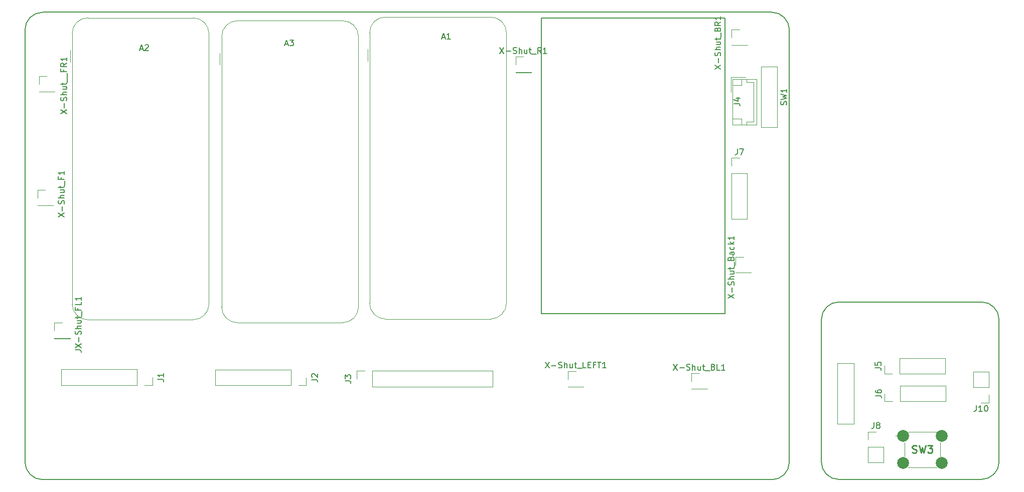
<source format=gbr>
%TF.GenerationSoftware,KiCad,Pcbnew,9.0.0*%
%TF.CreationDate,2025-04-18T00:05:44+02:00*%
%TF.ProjectId,Omni-X-II-PCB,4f6d6e69-2d58-42d4-9949-2d5043422e6b,rev?*%
%TF.SameCoordinates,Original*%
%TF.FileFunction,Profile,NP*%
%FSLAX46Y46*%
G04 Gerber Fmt 4.6, Leading zero omitted, Abs format (unit mm)*
G04 Created by KiCad (PCBNEW 9.0.0) date 2025-04-18 00:05:44*
%MOMM*%
%LPD*%
G01*
G04 APERTURE LIST*
%TA.AperFunction,Profile*%
%ADD10C,0.200000*%
%TD*%
%ADD11C,0.200000*%
%ADD12C,0.150000*%
%ADD13C,0.254000*%
%ADD14C,0.120000*%
%ADD15C,0.100000*%
%ADD16C,2.000000*%
G04 APERTURE END LIST*
D10*
X70000000Y-126000000D02*
X70000000Y-53000000D01*
X73000000Y-129000000D02*
G75*
G02*
X70000000Y-126000000I0J3000000D01*
G01*
X70000000Y-53000000D02*
G75*
G02*
X73000000Y-50000000I3000000J0D01*
G01*
X231385000Y-98960000D02*
G75*
G02*
X234385000Y-101960000I0J-3000000D01*
G01*
X207385000Y-98960000D02*
X231385000Y-98960000D01*
X234385000Y-101960000D02*
X234385000Y-125960000D01*
X204385000Y-125960000D02*
X204385000Y-101960000D01*
X231385000Y-128960000D02*
X207385000Y-128960000D01*
X199000000Y-126000000D02*
G75*
G02*
X196000000Y-129000000I-3000000J0D01*
G01*
X196000000Y-129000000D02*
X73000000Y-129000000D01*
X199000000Y-53000000D02*
X199000000Y-126000000D01*
X204385000Y-101960000D02*
G75*
G02*
X207385000Y-98960000I3000000J0D01*
G01*
X196000000Y-50000000D02*
G75*
G02*
X199000000Y-53000000I0J-3000000D01*
G01*
X234385000Y-125960000D02*
G75*
G02*
X231385000Y-128960000I-3000000J0D01*
G01*
X207385000Y-128960000D02*
G75*
G02*
X204385000Y-125960000I0J3000000D01*
G01*
X73000000Y-50000000D02*
X196000000Y-50000000D01*
D11*
X157150000Y-50970000D02*
X188150000Y-50970000D01*
X188150000Y-100970000D01*
X157150000Y-100970000D01*
X157150000Y-50970000D01*
D12*
X76044819Y-67175714D02*
X77044819Y-66509048D01*
X76044819Y-66509048D02*
X77044819Y-67175714D01*
X76663866Y-66128095D02*
X76663866Y-65366191D01*
X76997200Y-64937619D02*
X77044819Y-64794762D01*
X77044819Y-64794762D02*
X77044819Y-64556667D01*
X77044819Y-64556667D02*
X76997200Y-64461429D01*
X76997200Y-64461429D02*
X76949580Y-64413810D01*
X76949580Y-64413810D02*
X76854342Y-64366191D01*
X76854342Y-64366191D02*
X76759104Y-64366191D01*
X76759104Y-64366191D02*
X76663866Y-64413810D01*
X76663866Y-64413810D02*
X76616247Y-64461429D01*
X76616247Y-64461429D02*
X76568628Y-64556667D01*
X76568628Y-64556667D02*
X76521009Y-64747143D01*
X76521009Y-64747143D02*
X76473390Y-64842381D01*
X76473390Y-64842381D02*
X76425771Y-64890000D01*
X76425771Y-64890000D02*
X76330533Y-64937619D01*
X76330533Y-64937619D02*
X76235295Y-64937619D01*
X76235295Y-64937619D02*
X76140057Y-64890000D01*
X76140057Y-64890000D02*
X76092438Y-64842381D01*
X76092438Y-64842381D02*
X76044819Y-64747143D01*
X76044819Y-64747143D02*
X76044819Y-64509048D01*
X76044819Y-64509048D02*
X76092438Y-64366191D01*
X77044819Y-63937619D02*
X76044819Y-63937619D01*
X77044819Y-63509048D02*
X76521009Y-63509048D01*
X76521009Y-63509048D02*
X76425771Y-63556667D01*
X76425771Y-63556667D02*
X76378152Y-63651905D01*
X76378152Y-63651905D02*
X76378152Y-63794762D01*
X76378152Y-63794762D02*
X76425771Y-63890000D01*
X76425771Y-63890000D02*
X76473390Y-63937619D01*
X76378152Y-62604286D02*
X77044819Y-62604286D01*
X76378152Y-63032857D02*
X76901961Y-63032857D01*
X76901961Y-63032857D02*
X76997200Y-62985238D01*
X76997200Y-62985238D02*
X77044819Y-62890000D01*
X77044819Y-62890000D02*
X77044819Y-62747143D01*
X77044819Y-62747143D02*
X76997200Y-62651905D01*
X76997200Y-62651905D02*
X76949580Y-62604286D01*
X76378152Y-62270952D02*
X76378152Y-61890000D01*
X76044819Y-62128095D02*
X76901961Y-62128095D01*
X76901961Y-62128095D02*
X76997200Y-62080476D01*
X76997200Y-62080476D02*
X77044819Y-61985238D01*
X77044819Y-61985238D02*
X77044819Y-61890000D01*
X77140057Y-61794762D02*
X77140057Y-61032857D01*
X77140057Y-61032857D02*
X77140057Y-60270952D01*
X76521009Y-59699523D02*
X76521009Y-60032856D01*
X77044819Y-60032856D02*
X76044819Y-60032856D01*
X76044819Y-60032856D02*
X76044819Y-59556666D01*
X77044819Y-58604285D02*
X76568628Y-58937618D01*
X77044819Y-59175713D02*
X76044819Y-59175713D01*
X76044819Y-59175713D02*
X76044819Y-58794761D01*
X76044819Y-58794761D02*
X76092438Y-58699523D01*
X76092438Y-58699523D02*
X76140057Y-58651904D01*
X76140057Y-58651904D02*
X76235295Y-58604285D01*
X76235295Y-58604285D02*
X76378152Y-58604285D01*
X76378152Y-58604285D02*
X76473390Y-58651904D01*
X76473390Y-58651904D02*
X76521009Y-58699523D01*
X76521009Y-58699523D02*
X76568628Y-58794761D01*
X76568628Y-58794761D02*
X76568628Y-59175713D01*
X77044819Y-57651904D02*
X77044819Y-58223332D01*
X77044819Y-57937618D02*
X76044819Y-57937618D01*
X76044819Y-57937618D02*
X76187676Y-58032856D01*
X76187676Y-58032856D02*
X76282914Y-58128094D01*
X76282914Y-58128094D02*
X76330533Y-58223332D01*
X118364819Y-112083333D02*
X119079104Y-112083333D01*
X119079104Y-112083333D02*
X119221961Y-112130952D01*
X119221961Y-112130952D02*
X119317200Y-112226190D01*
X119317200Y-112226190D02*
X119364819Y-112369047D01*
X119364819Y-112369047D02*
X119364819Y-112464285D01*
X118460057Y-111654761D02*
X118412438Y-111607142D01*
X118412438Y-111607142D02*
X118364819Y-111511904D01*
X118364819Y-111511904D02*
X118364819Y-111273809D01*
X118364819Y-111273809D02*
X118412438Y-111178571D01*
X118412438Y-111178571D02*
X118460057Y-111130952D01*
X118460057Y-111130952D02*
X118555295Y-111083333D01*
X118555295Y-111083333D02*
X118650533Y-111083333D01*
X118650533Y-111083333D02*
X118793390Y-111130952D01*
X118793390Y-111130952D02*
X119364819Y-111702380D01*
X119364819Y-111702380D02*
X119364819Y-111083333D01*
X189654819Y-65433333D02*
X190369104Y-65433333D01*
X190369104Y-65433333D02*
X190511961Y-65480952D01*
X190511961Y-65480952D02*
X190607200Y-65576190D01*
X190607200Y-65576190D02*
X190654819Y-65719047D01*
X190654819Y-65719047D02*
X190654819Y-65814285D01*
X189988152Y-64528571D02*
X190654819Y-64528571D01*
X189607200Y-64766666D02*
X190321485Y-65004761D01*
X190321485Y-65004761D02*
X190321485Y-64385714D01*
X92404819Y-112033333D02*
X93119104Y-112033333D01*
X93119104Y-112033333D02*
X93261961Y-112080952D01*
X93261961Y-112080952D02*
X93357200Y-112176190D01*
X93357200Y-112176190D02*
X93404819Y-112319047D01*
X93404819Y-112319047D02*
X93404819Y-112414285D01*
X93404819Y-111033333D02*
X93404819Y-111604761D01*
X93404819Y-111319047D02*
X92404819Y-111319047D01*
X92404819Y-111319047D02*
X92547676Y-111414285D01*
X92547676Y-111414285D02*
X92642914Y-111509523D01*
X92642914Y-111509523D02*
X92690533Y-111604761D01*
X75634819Y-84614761D02*
X76634819Y-83948095D01*
X75634819Y-83948095D02*
X76634819Y-84614761D01*
X76253866Y-83567142D02*
X76253866Y-82805238D01*
X76587200Y-82376666D02*
X76634819Y-82233809D01*
X76634819Y-82233809D02*
X76634819Y-81995714D01*
X76634819Y-81995714D02*
X76587200Y-81900476D01*
X76587200Y-81900476D02*
X76539580Y-81852857D01*
X76539580Y-81852857D02*
X76444342Y-81805238D01*
X76444342Y-81805238D02*
X76349104Y-81805238D01*
X76349104Y-81805238D02*
X76253866Y-81852857D01*
X76253866Y-81852857D02*
X76206247Y-81900476D01*
X76206247Y-81900476D02*
X76158628Y-81995714D01*
X76158628Y-81995714D02*
X76111009Y-82186190D01*
X76111009Y-82186190D02*
X76063390Y-82281428D01*
X76063390Y-82281428D02*
X76015771Y-82329047D01*
X76015771Y-82329047D02*
X75920533Y-82376666D01*
X75920533Y-82376666D02*
X75825295Y-82376666D01*
X75825295Y-82376666D02*
X75730057Y-82329047D01*
X75730057Y-82329047D02*
X75682438Y-82281428D01*
X75682438Y-82281428D02*
X75634819Y-82186190D01*
X75634819Y-82186190D02*
X75634819Y-81948095D01*
X75634819Y-81948095D02*
X75682438Y-81805238D01*
X76634819Y-81376666D02*
X75634819Y-81376666D01*
X76634819Y-80948095D02*
X76111009Y-80948095D01*
X76111009Y-80948095D02*
X76015771Y-80995714D01*
X76015771Y-80995714D02*
X75968152Y-81090952D01*
X75968152Y-81090952D02*
X75968152Y-81233809D01*
X75968152Y-81233809D02*
X76015771Y-81329047D01*
X76015771Y-81329047D02*
X76063390Y-81376666D01*
X75968152Y-80043333D02*
X76634819Y-80043333D01*
X75968152Y-80471904D02*
X76491961Y-80471904D01*
X76491961Y-80471904D02*
X76587200Y-80424285D01*
X76587200Y-80424285D02*
X76634819Y-80329047D01*
X76634819Y-80329047D02*
X76634819Y-80186190D01*
X76634819Y-80186190D02*
X76587200Y-80090952D01*
X76587200Y-80090952D02*
X76539580Y-80043333D01*
X75968152Y-79709999D02*
X75968152Y-79329047D01*
X75634819Y-79567142D02*
X76491961Y-79567142D01*
X76491961Y-79567142D02*
X76587200Y-79519523D01*
X76587200Y-79519523D02*
X76634819Y-79424285D01*
X76634819Y-79424285D02*
X76634819Y-79329047D01*
X76730057Y-79233809D02*
X76730057Y-78471904D01*
X76111009Y-77900475D02*
X76111009Y-78233808D01*
X76634819Y-78233808D02*
X75634819Y-78233808D01*
X75634819Y-78233808D02*
X75634819Y-77757618D01*
X76634819Y-76852856D02*
X76634819Y-77424284D01*
X76634819Y-77138570D02*
X75634819Y-77138570D01*
X75634819Y-77138570D02*
X75777676Y-77233808D01*
X75777676Y-77233808D02*
X75872914Y-77329046D01*
X75872914Y-77329046D02*
X75920533Y-77424284D01*
X123994819Y-112293333D02*
X124709104Y-112293333D01*
X124709104Y-112293333D02*
X124851961Y-112340952D01*
X124851961Y-112340952D02*
X124947200Y-112436190D01*
X124947200Y-112436190D02*
X124994819Y-112579047D01*
X124994819Y-112579047D02*
X124994819Y-112674285D01*
X123994819Y-111912380D02*
X123994819Y-111293333D01*
X123994819Y-111293333D02*
X124375771Y-111626666D01*
X124375771Y-111626666D02*
X124375771Y-111483809D01*
X124375771Y-111483809D02*
X124423390Y-111388571D01*
X124423390Y-111388571D02*
X124471009Y-111340952D01*
X124471009Y-111340952D02*
X124566247Y-111293333D01*
X124566247Y-111293333D02*
X124804342Y-111293333D01*
X124804342Y-111293333D02*
X124899580Y-111340952D01*
X124899580Y-111340952D02*
X124947200Y-111388571D01*
X124947200Y-111388571D02*
X124994819Y-111483809D01*
X124994819Y-111483809D02*
X124994819Y-111769523D01*
X124994819Y-111769523D02*
X124947200Y-111864761D01*
X124947200Y-111864761D02*
X124899580Y-111912380D01*
X179419047Y-109474819D02*
X180085713Y-110474819D01*
X180085713Y-109474819D02*
X179419047Y-110474819D01*
X180466666Y-110093866D02*
X181228571Y-110093866D01*
X181657142Y-110427200D02*
X181799999Y-110474819D01*
X181799999Y-110474819D02*
X182038094Y-110474819D01*
X182038094Y-110474819D02*
X182133332Y-110427200D01*
X182133332Y-110427200D02*
X182180951Y-110379580D01*
X182180951Y-110379580D02*
X182228570Y-110284342D01*
X182228570Y-110284342D02*
X182228570Y-110189104D01*
X182228570Y-110189104D02*
X182180951Y-110093866D01*
X182180951Y-110093866D02*
X182133332Y-110046247D01*
X182133332Y-110046247D02*
X182038094Y-109998628D01*
X182038094Y-109998628D02*
X181847618Y-109951009D01*
X181847618Y-109951009D02*
X181752380Y-109903390D01*
X181752380Y-109903390D02*
X181704761Y-109855771D01*
X181704761Y-109855771D02*
X181657142Y-109760533D01*
X181657142Y-109760533D02*
X181657142Y-109665295D01*
X181657142Y-109665295D02*
X181704761Y-109570057D01*
X181704761Y-109570057D02*
X181752380Y-109522438D01*
X181752380Y-109522438D02*
X181847618Y-109474819D01*
X181847618Y-109474819D02*
X182085713Y-109474819D01*
X182085713Y-109474819D02*
X182228570Y-109522438D01*
X182657142Y-110474819D02*
X182657142Y-109474819D01*
X183085713Y-110474819D02*
X183085713Y-109951009D01*
X183085713Y-109951009D02*
X183038094Y-109855771D01*
X183038094Y-109855771D02*
X182942856Y-109808152D01*
X182942856Y-109808152D02*
X182799999Y-109808152D01*
X182799999Y-109808152D02*
X182704761Y-109855771D01*
X182704761Y-109855771D02*
X182657142Y-109903390D01*
X183990475Y-109808152D02*
X183990475Y-110474819D01*
X183561904Y-109808152D02*
X183561904Y-110331961D01*
X183561904Y-110331961D02*
X183609523Y-110427200D01*
X183609523Y-110427200D02*
X183704761Y-110474819D01*
X183704761Y-110474819D02*
X183847618Y-110474819D01*
X183847618Y-110474819D02*
X183942856Y-110427200D01*
X183942856Y-110427200D02*
X183990475Y-110379580D01*
X184323809Y-109808152D02*
X184704761Y-109808152D01*
X184466666Y-109474819D02*
X184466666Y-110331961D01*
X184466666Y-110331961D02*
X184514285Y-110427200D01*
X184514285Y-110427200D02*
X184609523Y-110474819D01*
X184609523Y-110474819D02*
X184704761Y-110474819D01*
X184800000Y-110570057D02*
X185561904Y-110570057D01*
X186133333Y-109951009D02*
X186276190Y-109998628D01*
X186276190Y-109998628D02*
X186323809Y-110046247D01*
X186323809Y-110046247D02*
X186371428Y-110141485D01*
X186371428Y-110141485D02*
X186371428Y-110284342D01*
X186371428Y-110284342D02*
X186323809Y-110379580D01*
X186323809Y-110379580D02*
X186276190Y-110427200D01*
X186276190Y-110427200D02*
X186180952Y-110474819D01*
X186180952Y-110474819D02*
X185800000Y-110474819D01*
X185800000Y-110474819D02*
X185800000Y-109474819D01*
X185800000Y-109474819D02*
X186133333Y-109474819D01*
X186133333Y-109474819D02*
X186228571Y-109522438D01*
X186228571Y-109522438D02*
X186276190Y-109570057D01*
X186276190Y-109570057D02*
X186323809Y-109665295D01*
X186323809Y-109665295D02*
X186323809Y-109760533D01*
X186323809Y-109760533D02*
X186276190Y-109855771D01*
X186276190Y-109855771D02*
X186228571Y-109903390D01*
X186228571Y-109903390D02*
X186133333Y-109951009D01*
X186133333Y-109951009D02*
X185800000Y-109951009D01*
X187276190Y-110474819D02*
X186800000Y-110474819D01*
X186800000Y-110474819D02*
X186800000Y-109474819D01*
X188133333Y-110474819D02*
X187561905Y-110474819D01*
X187847619Y-110474819D02*
X187847619Y-109474819D01*
X187847619Y-109474819D02*
X187752381Y-109617676D01*
X187752381Y-109617676D02*
X187657143Y-109712914D01*
X187657143Y-109712914D02*
X187561905Y-109760533D01*
X140355714Y-54249104D02*
X140831904Y-54249104D01*
X140260476Y-54534819D02*
X140593809Y-53534819D01*
X140593809Y-53534819D02*
X140927142Y-54534819D01*
X141784285Y-54534819D02*
X141212857Y-54534819D01*
X141498571Y-54534819D02*
X141498571Y-53534819D01*
X141498571Y-53534819D02*
X141403333Y-53677676D01*
X141403333Y-53677676D02*
X141308095Y-53772914D01*
X141308095Y-53772914D02*
X141212857Y-53820533D01*
X150153809Y-55974819D02*
X150820475Y-56974819D01*
X150820475Y-55974819D02*
X150153809Y-56974819D01*
X151201428Y-56593866D02*
X151963333Y-56593866D01*
X152391904Y-56927200D02*
X152534761Y-56974819D01*
X152534761Y-56974819D02*
X152772856Y-56974819D01*
X152772856Y-56974819D02*
X152868094Y-56927200D01*
X152868094Y-56927200D02*
X152915713Y-56879580D01*
X152915713Y-56879580D02*
X152963332Y-56784342D01*
X152963332Y-56784342D02*
X152963332Y-56689104D01*
X152963332Y-56689104D02*
X152915713Y-56593866D01*
X152915713Y-56593866D02*
X152868094Y-56546247D01*
X152868094Y-56546247D02*
X152772856Y-56498628D01*
X152772856Y-56498628D02*
X152582380Y-56451009D01*
X152582380Y-56451009D02*
X152487142Y-56403390D01*
X152487142Y-56403390D02*
X152439523Y-56355771D01*
X152439523Y-56355771D02*
X152391904Y-56260533D01*
X152391904Y-56260533D02*
X152391904Y-56165295D01*
X152391904Y-56165295D02*
X152439523Y-56070057D01*
X152439523Y-56070057D02*
X152487142Y-56022438D01*
X152487142Y-56022438D02*
X152582380Y-55974819D01*
X152582380Y-55974819D02*
X152820475Y-55974819D01*
X152820475Y-55974819D02*
X152963332Y-56022438D01*
X153391904Y-56974819D02*
X153391904Y-55974819D01*
X153820475Y-56974819D02*
X153820475Y-56451009D01*
X153820475Y-56451009D02*
X153772856Y-56355771D01*
X153772856Y-56355771D02*
X153677618Y-56308152D01*
X153677618Y-56308152D02*
X153534761Y-56308152D01*
X153534761Y-56308152D02*
X153439523Y-56355771D01*
X153439523Y-56355771D02*
X153391904Y-56403390D01*
X154725237Y-56308152D02*
X154725237Y-56974819D01*
X154296666Y-56308152D02*
X154296666Y-56831961D01*
X154296666Y-56831961D02*
X154344285Y-56927200D01*
X154344285Y-56927200D02*
X154439523Y-56974819D01*
X154439523Y-56974819D02*
X154582380Y-56974819D01*
X154582380Y-56974819D02*
X154677618Y-56927200D01*
X154677618Y-56927200D02*
X154725237Y-56879580D01*
X155058571Y-56308152D02*
X155439523Y-56308152D01*
X155201428Y-55974819D02*
X155201428Y-56831961D01*
X155201428Y-56831961D02*
X155249047Y-56927200D01*
X155249047Y-56927200D02*
X155344285Y-56974819D01*
X155344285Y-56974819D02*
X155439523Y-56974819D01*
X155534762Y-57070057D02*
X156296666Y-57070057D01*
X157106190Y-56974819D02*
X156772857Y-56498628D01*
X156534762Y-56974819D02*
X156534762Y-55974819D01*
X156534762Y-55974819D02*
X156915714Y-55974819D01*
X156915714Y-55974819D02*
X157010952Y-56022438D01*
X157010952Y-56022438D02*
X157058571Y-56070057D01*
X157058571Y-56070057D02*
X157106190Y-56165295D01*
X157106190Y-56165295D02*
X157106190Y-56308152D01*
X157106190Y-56308152D02*
X157058571Y-56403390D01*
X157058571Y-56403390D02*
X157010952Y-56451009D01*
X157010952Y-56451009D02*
X156915714Y-56498628D01*
X156915714Y-56498628D02*
X156534762Y-56498628D01*
X158058571Y-56974819D02*
X157487143Y-56974819D01*
X157772857Y-56974819D02*
X157772857Y-55974819D01*
X157772857Y-55974819D02*
X157677619Y-56117676D01*
X157677619Y-56117676D02*
X157582381Y-56212914D01*
X157582381Y-56212914D02*
X157487143Y-56260533D01*
X190226666Y-73094819D02*
X190226666Y-73809104D01*
X190226666Y-73809104D02*
X190179047Y-73951961D01*
X190179047Y-73951961D02*
X190083809Y-74047200D01*
X190083809Y-74047200D02*
X189940952Y-74094819D01*
X189940952Y-74094819D02*
X189845714Y-74094819D01*
X190607619Y-73094819D02*
X191274285Y-73094819D01*
X191274285Y-73094819D02*
X190845714Y-74094819D01*
X89395714Y-56199104D02*
X89871904Y-56199104D01*
X89300476Y-56484819D02*
X89633809Y-55484819D01*
X89633809Y-55484819D02*
X89967142Y-56484819D01*
X90252857Y-55580057D02*
X90300476Y-55532438D01*
X90300476Y-55532438D02*
X90395714Y-55484819D01*
X90395714Y-55484819D02*
X90633809Y-55484819D01*
X90633809Y-55484819D02*
X90729047Y-55532438D01*
X90729047Y-55532438D02*
X90776666Y-55580057D01*
X90776666Y-55580057D02*
X90824285Y-55675295D01*
X90824285Y-55675295D02*
X90824285Y-55770533D01*
X90824285Y-55770533D02*
X90776666Y-55913390D01*
X90776666Y-55913390D02*
X90205238Y-56484819D01*
X90205238Y-56484819D02*
X90824285Y-56484819D01*
D13*
X219746666Y-124403842D02*
X219928095Y-124464318D01*
X219928095Y-124464318D02*
X220230476Y-124464318D01*
X220230476Y-124464318D02*
X220351428Y-124403842D01*
X220351428Y-124403842D02*
X220411904Y-124343365D01*
X220411904Y-124343365D02*
X220472381Y-124222413D01*
X220472381Y-124222413D02*
X220472381Y-124101461D01*
X220472381Y-124101461D02*
X220411904Y-123980508D01*
X220411904Y-123980508D02*
X220351428Y-123920032D01*
X220351428Y-123920032D02*
X220230476Y-123859556D01*
X220230476Y-123859556D02*
X219988571Y-123799080D01*
X219988571Y-123799080D02*
X219867619Y-123738603D01*
X219867619Y-123738603D02*
X219807142Y-123678127D01*
X219807142Y-123678127D02*
X219746666Y-123557175D01*
X219746666Y-123557175D02*
X219746666Y-123436222D01*
X219746666Y-123436222D02*
X219807142Y-123315270D01*
X219807142Y-123315270D02*
X219867619Y-123254794D01*
X219867619Y-123254794D02*
X219988571Y-123194318D01*
X219988571Y-123194318D02*
X220290952Y-123194318D01*
X220290952Y-123194318D02*
X220472381Y-123254794D01*
X220895714Y-123194318D02*
X221198095Y-124464318D01*
X221198095Y-124464318D02*
X221440000Y-123557175D01*
X221440000Y-123557175D02*
X221681905Y-124464318D01*
X221681905Y-124464318D02*
X221984286Y-123194318D01*
X222347143Y-123194318D02*
X223133334Y-123194318D01*
X223133334Y-123194318D02*
X222710000Y-123678127D01*
X222710000Y-123678127D02*
X222891429Y-123678127D01*
X222891429Y-123678127D02*
X223012381Y-123738603D01*
X223012381Y-123738603D02*
X223072857Y-123799080D01*
X223072857Y-123799080D02*
X223133334Y-123920032D01*
X223133334Y-123920032D02*
X223133334Y-124222413D01*
X223133334Y-124222413D02*
X223072857Y-124343365D01*
X223072857Y-124343365D02*
X223012381Y-124403842D01*
X223012381Y-124403842D02*
X222891429Y-124464318D01*
X222891429Y-124464318D02*
X222528572Y-124464318D01*
X222528572Y-124464318D02*
X222407619Y-124403842D01*
X222407619Y-124403842D02*
X222347143Y-124343365D01*
D12*
X188674819Y-98351904D02*
X189674819Y-97685238D01*
X188674819Y-97685238D02*
X189674819Y-98351904D01*
X189293866Y-97304285D02*
X189293866Y-96542381D01*
X189627200Y-96113809D02*
X189674819Y-95970952D01*
X189674819Y-95970952D02*
X189674819Y-95732857D01*
X189674819Y-95732857D02*
X189627200Y-95637619D01*
X189627200Y-95637619D02*
X189579580Y-95590000D01*
X189579580Y-95590000D02*
X189484342Y-95542381D01*
X189484342Y-95542381D02*
X189389104Y-95542381D01*
X189389104Y-95542381D02*
X189293866Y-95590000D01*
X189293866Y-95590000D02*
X189246247Y-95637619D01*
X189246247Y-95637619D02*
X189198628Y-95732857D01*
X189198628Y-95732857D02*
X189151009Y-95923333D01*
X189151009Y-95923333D02*
X189103390Y-96018571D01*
X189103390Y-96018571D02*
X189055771Y-96066190D01*
X189055771Y-96066190D02*
X188960533Y-96113809D01*
X188960533Y-96113809D02*
X188865295Y-96113809D01*
X188865295Y-96113809D02*
X188770057Y-96066190D01*
X188770057Y-96066190D02*
X188722438Y-96018571D01*
X188722438Y-96018571D02*
X188674819Y-95923333D01*
X188674819Y-95923333D02*
X188674819Y-95685238D01*
X188674819Y-95685238D02*
X188722438Y-95542381D01*
X189674819Y-95113809D02*
X188674819Y-95113809D01*
X189674819Y-94685238D02*
X189151009Y-94685238D01*
X189151009Y-94685238D02*
X189055771Y-94732857D01*
X189055771Y-94732857D02*
X189008152Y-94828095D01*
X189008152Y-94828095D02*
X189008152Y-94970952D01*
X189008152Y-94970952D02*
X189055771Y-95066190D01*
X189055771Y-95066190D02*
X189103390Y-95113809D01*
X189008152Y-93780476D02*
X189674819Y-93780476D01*
X189008152Y-94209047D02*
X189531961Y-94209047D01*
X189531961Y-94209047D02*
X189627200Y-94161428D01*
X189627200Y-94161428D02*
X189674819Y-94066190D01*
X189674819Y-94066190D02*
X189674819Y-93923333D01*
X189674819Y-93923333D02*
X189627200Y-93828095D01*
X189627200Y-93828095D02*
X189579580Y-93780476D01*
X189008152Y-93447142D02*
X189008152Y-93066190D01*
X188674819Y-93304285D02*
X189531961Y-93304285D01*
X189531961Y-93304285D02*
X189627200Y-93256666D01*
X189627200Y-93256666D02*
X189674819Y-93161428D01*
X189674819Y-93161428D02*
X189674819Y-93066190D01*
X189770057Y-92970952D02*
X189770057Y-92209047D01*
X189151009Y-91637618D02*
X189198628Y-91494761D01*
X189198628Y-91494761D02*
X189246247Y-91447142D01*
X189246247Y-91447142D02*
X189341485Y-91399523D01*
X189341485Y-91399523D02*
X189484342Y-91399523D01*
X189484342Y-91399523D02*
X189579580Y-91447142D01*
X189579580Y-91447142D02*
X189627200Y-91494761D01*
X189627200Y-91494761D02*
X189674819Y-91589999D01*
X189674819Y-91589999D02*
X189674819Y-91970951D01*
X189674819Y-91970951D02*
X188674819Y-91970951D01*
X188674819Y-91970951D02*
X188674819Y-91637618D01*
X188674819Y-91637618D02*
X188722438Y-91542380D01*
X188722438Y-91542380D02*
X188770057Y-91494761D01*
X188770057Y-91494761D02*
X188865295Y-91447142D01*
X188865295Y-91447142D02*
X188960533Y-91447142D01*
X188960533Y-91447142D02*
X189055771Y-91494761D01*
X189055771Y-91494761D02*
X189103390Y-91542380D01*
X189103390Y-91542380D02*
X189151009Y-91637618D01*
X189151009Y-91637618D02*
X189151009Y-91970951D01*
X189674819Y-90542380D02*
X189151009Y-90542380D01*
X189151009Y-90542380D02*
X189055771Y-90589999D01*
X189055771Y-90589999D02*
X189008152Y-90685237D01*
X189008152Y-90685237D02*
X189008152Y-90875713D01*
X189008152Y-90875713D02*
X189055771Y-90970951D01*
X189627200Y-90542380D02*
X189674819Y-90637618D01*
X189674819Y-90637618D02*
X189674819Y-90875713D01*
X189674819Y-90875713D02*
X189627200Y-90970951D01*
X189627200Y-90970951D02*
X189531961Y-91018570D01*
X189531961Y-91018570D02*
X189436723Y-91018570D01*
X189436723Y-91018570D02*
X189341485Y-90970951D01*
X189341485Y-90970951D02*
X189293866Y-90875713D01*
X189293866Y-90875713D02*
X189293866Y-90637618D01*
X189293866Y-90637618D02*
X189246247Y-90542380D01*
X189627200Y-89637618D02*
X189674819Y-89732856D01*
X189674819Y-89732856D02*
X189674819Y-89923332D01*
X189674819Y-89923332D02*
X189627200Y-90018570D01*
X189627200Y-90018570D02*
X189579580Y-90066189D01*
X189579580Y-90066189D02*
X189484342Y-90113808D01*
X189484342Y-90113808D02*
X189198628Y-90113808D01*
X189198628Y-90113808D02*
X189103390Y-90066189D01*
X189103390Y-90066189D02*
X189055771Y-90018570D01*
X189055771Y-90018570D02*
X189008152Y-89923332D01*
X189008152Y-89923332D02*
X189008152Y-89732856D01*
X189008152Y-89732856D02*
X189055771Y-89637618D01*
X189674819Y-89209046D02*
X188674819Y-89209046D01*
X189293866Y-89113808D02*
X189674819Y-88828094D01*
X189008152Y-88828094D02*
X189389104Y-89209046D01*
X189674819Y-87875713D02*
X189674819Y-88447141D01*
X189674819Y-88161427D02*
X188674819Y-88161427D01*
X188674819Y-88161427D02*
X188817676Y-88256665D01*
X188817676Y-88256665D02*
X188912914Y-88351903D01*
X188912914Y-88351903D02*
X188960533Y-88447141D01*
X213519819Y-114783333D02*
X214234104Y-114783333D01*
X214234104Y-114783333D02*
X214376961Y-114830952D01*
X214376961Y-114830952D02*
X214472200Y-114926190D01*
X214472200Y-114926190D02*
X214519819Y-115069047D01*
X214519819Y-115069047D02*
X214519819Y-115164285D01*
X213519819Y-113878571D02*
X213519819Y-114069047D01*
X213519819Y-114069047D02*
X213567438Y-114164285D01*
X213567438Y-114164285D02*
X213615057Y-114211904D01*
X213615057Y-114211904D02*
X213757914Y-114307142D01*
X213757914Y-114307142D02*
X213948390Y-114354761D01*
X213948390Y-114354761D02*
X214329342Y-114354761D01*
X214329342Y-114354761D02*
X214424580Y-114307142D01*
X214424580Y-114307142D02*
X214472200Y-114259523D01*
X214472200Y-114259523D02*
X214519819Y-114164285D01*
X214519819Y-114164285D02*
X214519819Y-113973809D01*
X214519819Y-113973809D02*
X214472200Y-113878571D01*
X214472200Y-113878571D02*
X214424580Y-113830952D01*
X214424580Y-113830952D02*
X214329342Y-113783333D01*
X214329342Y-113783333D02*
X214091247Y-113783333D01*
X214091247Y-113783333D02*
X213996009Y-113830952D01*
X213996009Y-113830952D02*
X213948390Y-113878571D01*
X213948390Y-113878571D02*
X213900771Y-113973809D01*
X213900771Y-113973809D02*
X213900771Y-114164285D01*
X213900771Y-114164285D02*
X213948390Y-114259523D01*
X213948390Y-114259523D02*
X213996009Y-114307142D01*
X213996009Y-114307142D02*
X214091247Y-114354761D01*
X230535476Y-116444819D02*
X230535476Y-117159104D01*
X230535476Y-117159104D02*
X230487857Y-117301961D01*
X230487857Y-117301961D02*
X230392619Y-117397200D01*
X230392619Y-117397200D02*
X230249762Y-117444819D01*
X230249762Y-117444819D02*
X230154524Y-117444819D01*
X231535476Y-117444819D02*
X230964048Y-117444819D01*
X231249762Y-117444819D02*
X231249762Y-116444819D01*
X231249762Y-116444819D02*
X231154524Y-116587676D01*
X231154524Y-116587676D02*
X231059286Y-116682914D01*
X231059286Y-116682914D02*
X230964048Y-116730533D01*
X232154524Y-116444819D02*
X232249762Y-116444819D01*
X232249762Y-116444819D02*
X232345000Y-116492438D01*
X232345000Y-116492438D02*
X232392619Y-116540057D01*
X232392619Y-116540057D02*
X232440238Y-116635295D01*
X232440238Y-116635295D02*
X232487857Y-116825771D01*
X232487857Y-116825771D02*
X232487857Y-117063866D01*
X232487857Y-117063866D02*
X232440238Y-117254342D01*
X232440238Y-117254342D02*
X232392619Y-117349580D01*
X232392619Y-117349580D02*
X232345000Y-117397200D01*
X232345000Y-117397200D02*
X232249762Y-117444819D01*
X232249762Y-117444819D02*
X232154524Y-117444819D01*
X232154524Y-117444819D02*
X232059286Y-117397200D01*
X232059286Y-117397200D02*
X232011667Y-117349580D01*
X232011667Y-117349580D02*
X231964048Y-117254342D01*
X231964048Y-117254342D02*
X231916429Y-117063866D01*
X231916429Y-117063866D02*
X231916429Y-116825771D01*
X231916429Y-116825771D02*
X231964048Y-116635295D01*
X231964048Y-116635295D02*
X232011667Y-116540057D01*
X232011667Y-116540057D02*
X232059286Y-116492438D01*
X232059286Y-116492438D02*
X232154524Y-116444819D01*
X78464819Y-107069524D02*
X79179104Y-107069524D01*
X79179104Y-107069524D02*
X79321961Y-107117143D01*
X79321961Y-107117143D02*
X79417200Y-107212381D01*
X79417200Y-107212381D02*
X79464819Y-107355238D01*
X79464819Y-107355238D02*
X79464819Y-107450476D01*
X78464819Y-106688571D02*
X79464819Y-106021905D01*
X78464819Y-106021905D02*
X79464819Y-106688571D01*
X79083866Y-105640952D02*
X79083866Y-104879048D01*
X79417200Y-104450476D02*
X79464819Y-104307619D01*
X79464819Y-104307619D02*
X79464819Y-104069524D01*
X79464819Y-104069524D02*
X79417200Y-103974286D01*
X79417200Y-103974286D02*
X79369580Y-103926667D01*
X79369580Y-103926667D02*
X79274342Y-103879048D01*
X79274342Y-103879048D02*
X79179104Y-103879048D01*
X79179104Y-103879048D02*
X79083866Y-103926667D01*
X79083866Y-103926667D02*
X79036247Y-103974286D01*
X79036247Y-103974286D02*
X78988628Y-104069524D01*
X78988628Y-104069524D02*
X78941009Y-104260000D01*
X78941009Y-104260000D02*
X78893390Y-104355238D01*
X78893390Y-104355238D02*
X78845771Y-104402857D01*
X78845771Y-104402857D02*
X78750533Y-104450476D01*
X78750533Y-104450476D02*
X78655295Y-104450476D01*
X78655295Y-104450476D02*
X78560057Y-104402857D01*
X78560057Y-104402857D02*
X78512438Y-104355238D01*
X78512438Y-104355238D02*
X78464819Y-104260000D01*
X78464819Y-104260000D02*
X78464819Y-104021905D01*
X78464819Y-104021905D02*
X78512438Y-103879048D01*
X79464819Y-103450476D02*
X78464819Y-103450476D01*
X79464819Y-103021905D02*
X78941009Y-103021905D01*
X78941009Y-103021905D02*
X78845771Y-103069524D01*
X78845771Y-103069524D02*
X78798152Y-103164762D01*
X78798152Y-103164762D02*
X78798152Y-103307619D01*
X78798152Y-103307619D02*
X78845771Y-103402857D01*
X78845771Y-103402857D02*
X78893390Y-103450476D01*
X78798152Y-102117143D02*
X79464819Y-102117143D01*
X78798152Y-102545714D02*
X79321961Y-102545714D01*
X79321961Y-102545714D02*
X79417200Y-102498095D01*
X79417200Y-102498095D02*
X79464819Y-102402857D01*
X79464819Y-102402857D02*
X79464819Y-102260000D01*
X79464819Y-102260000D02*
X79417200Y-102164762D01*
X79417200Y-102164762D02*
X79369580Y-102117143D01*
X78798152Y-101783809D02*
X78798152Y-101402857D01*
X78464819Y-101640952D02*
X79321961Y-101640952D01*
X79321961Y-101640952D02*
X79417200Y-101593333D01*
X79417200Y-101593333D02*
X79464819Y-101498095D01*
X79464819Y-101498095D02*
X79464819Y-101402857D01*
X79560057Y-101307619D02*
X79560057Y-100545714D01*
X78941009Y-99974285D02*
X78941009Y-100307618D01*
X79464819Y-100307618D02*
X78464819Y-100307618D01*
X78464819Y-100307618D02*
X78464819Y-99831428D01*
X79464819Y-98974285D02*
X79464819Y-99450475D01*
X79464819Y-99450475D02*
X78464819Y-99450475D01*
X79464819Y-98117142D02*
X79464819Y-98688570D01*
X79464819Y-98402856D02*
X78464819Y-98402856D01*
X78464819Y-98402856D02*
X78607676Y-98498094D01*
X78607676Y-98498094D02*
X78702914Y-98593332D01*
X78702914Y-98593332D02*
X78750533Y-98688570D01*
X198497200Y-65653332D02*
X198544819Y-65510475D01*
X198544819Y-65510475D02*
X198544819Y-65272380D01*
X198544819Y-65272380D02*
X198497200Y-65177142D01*
X198497200Y-65177142D02*
X198449580Y-65129523D01*
X198449580Y-65129523D02*
X198354342Y-65081904D01*
X198354342Y-65081904D02*
X198259104Y-65081904D01*
X198259104Y-65081904D02*
X198163866Y-65129523D01*
X198163866Y-65129523D02*
X198116247Y-65177142D01*
X198116247Y-65177142D02*
X198068628Y-65272380D01*
X198068628Y-65272380D02*
X198021009Y-65462856D01*
X198021009Y-65462856D02*
X197973390Y-65558094D01*
X197973390Y-65558094D02*
X197925771Y-65605713D01*
X197925771Y-65605713D02*
X197830533Y-65653332D01*
X197830533Y-65653332D02*
X197735295Y-65653332D01*
X197735295Y-65653332D02*
X197640057Y-65605713D01*
X197640057Y-65605713D02*
X197592438Y-65558094D01*
X197592438Y-65558094D02*
X197544819Y-65462856D01*
X197544819Y-65462856D02*
X197544819Y-65224761D01*
X197544819Y-65224761D02*
X197592438Y-65081904D01*
X197544819Y-64748570D02*
X198544819Y-64510475D01*
X198544819Y-64510475D02*
X197830533Y-64319999D01*
X197830533Y-64319999D02*
X198544819Y-64129523D01*
X198544819Y-64129523D02*
X197544819Y-63891428D01*
X198544819Y-62986666D02*
X198544819Y-63558094D01*
X198544819Y-63272380D02*
X197544819Y-63272380D01*
X197544819Y-63272380D02*
X197687676Y-63367618D01*
X197687676Y-63367618D02*
X197782914Y-63462856D01*
X197782914Y-63462856D02*
X197830533Y-63558094D01*
X186394819Y-59596190D02*
X187394819Y-58929524D01*
X186394819Y-58929524D02*
X187394819Y-59596190D01*
X187013866Y-58548571D02*
X187013866Y-57786667D01*
X187347200Y-57358095D02*
X187394819Y-57215238D01*
X187394819Y-57215238D02*
X187394819Y-56977143D01*
X187394819Y-56977143D02*
X187347200Y-56881905D01*
X187347200Y-56881905D02*
X187299580Y-56834286D01*
X187299580Y-56834286D02*
X187204342Y-56786667D01*
X187204342Y-56786667D02*
X187109104Y-56786667D01*
X187109104Y-56786667D02*
X187013866Y-56834286D01*
X187013866Y-56834286D02*
X186966247Y-56881905D01*
X186966247Y-56881905D02*
X186918628Y-56977143D01*
X186918628Y-56977143D02*
X186871009Y-57167619D01*
X186871009Y-57167619D02*
X186823390Y-57262857D01*
X186823390Y-57262857D02*
X186775771Y-57310476D01*
X186775771Y-57310476D02*
X186680533Y-57358095D01*
X186680533Y-57358095D02*
X186585295Y-57358095D01*
X186585295Y-57358095D02*
X186490057Y-57310476D01*
X186490057Y-57310476D02*
X186442438Y-57262857D01*
X186442438Y-57262857D02*
X186394819Y-57167619D01*
X186394819Y-57167619D02*
X186394819Y-56929524D01*
X186394819Y-56929524D02*
X186442438Y-56786667D01*
X187394819Y-56358095D02*
X186394819Y-56358095D01*
X187394819Y-55929524D02*
X186871009Y-55929524D01*
X186871009Y-55929524D02*
X186775771Y-55977143D01*
X186775771Y-55977143D02*
X186728152Y-56072381D01*
X186728152Y-56072381D02*
X186728152Y-56215238D01*
X186728152Y-56215238D02*
X186775771Y-56310476D01*
X186775771Y-56310476D02*
X186823390Y-56358095D01*
X186728152Y-55024762D02*
X187394819Y-55024762D01*
X186728152Y-55453333D02*
X187251961Y-55453333D01*
X187251961Y-55453333D02*
X187347200Y-55405714D01*
X187347200Y-55405714D02*
X187394819Y-55310476D01*
X187394819Y-55310476D02*
X187394819Y-55167619D01*
X187394819Y-55167619D02*
X187347200Y-55072381D01*
X187347200Y-55072381D02*
X187299580Y-55024762D01*
X186728152Y-54691428D02*
X186728152Y-54310476D01*
X186394819Y-54548571D02*
X187251961Y-54548571D01*
X187251961Y-54548571D02*
X187347200Y-54500952D01*
X187347200Y-54500952D02*
X187394819Y-54405714D01*
X187394819Y-54405714D02*
X187394819Y-54310476D01*
X187490057Y-54215238D02*
X187490057Y-53453333D01*
X186871009Y-52881904D02*
X186918628Y-52739047D01*
X186918628Y-52739047D02*
X186966247Y-52691428D01*
X186966247Y-52691428D02*
X187061485Y-52643809D01*
X187061485Y-52643809D02*
X187204342Y-52643809D01*
X187204342Y-52643809D02*
X187299580Y-52691428D01*
X187299580Y-52691428D02*
X187347200Y-52739047D01*
X187347200Y-52739047D02*
X187394819Y-52834285D01*
X187394819Y-52834285D02*
X187394819Y-53215237D01*
X187394819Y-53215237D02*
X186394819Y-53215237D01*
X186394819Y-53215237D02*
X186394819Y-52881904D01*
X186394819Y-52881904D02*
X186442438Y-52786666D01*
X186442438Y-52786666D02*
X186490057Y-52739047D01*
X186490057Y-52739047D02*
X186585295Y-52691428D01*
X186585295Y-52691428D02*
X186680533Y-52691428D01*
X186680533Y-52691428D02*
X186775771Y-52739047D01*
X186775771Y-52739047D02*
X186823390Y-52786666D01*
X186823390Y-52786666D02*
X186871009Y-52881904D01*
X186871009Y-52881904D02*
X186871009Y-53215237D01*
X187394819Y-51643809D02*
X186918628Y-51977142D01*
X187394819Y-52215237D02*
X186394819Y-52215237D01*
X186394819Y-52215237D02*
X186394819Y-51834285D01*
X186394819Y-51834285D02*
X186442438Y-51739047D01*
X186442438Y-51739047D02*
X186490057Y-51691428D01*
X186490057Y-51691428D02*
X186585295Y-51643809D01*
X186585295Y-51643809D02*
X186728152Y-51643809D01*
X186728152Y-51643809D02*
X186823390Y-51691428D01*
X186823390Y-51691428D02*
X186871009Y-51739047D01*
X186871009Y-51739047D02*
X186918628Y-51834285D01*
X186918628Y-51834285D02*
X186918628Y-52215237D01*
X187394819Y-50691428D02*
X187394819Y-51262856D01*
X187394819Y-50977142D02*
X186394819Y-50977142D01*
X186394819Y-50977142D02*
X186537676Y-51072380D01*
X186537676Y-51072380D02*
X186632914Y-51167618D01*
X186632914Y-51167618D02*
X186680533Y-51262856D01*
X157817142Y-109114819D02*
X158483808Y-110114819D01*
X158483808Y-109114819D02*
X157817142Y-110114819D01*
X158864761Y-109733866D02*
X159626666Y-109733866D01*
X160055237Y-110067200D02*
X160198094Y-110114819D01*
X160198094Y-110114819D02*
X160436189Y-110114819D01*
X160436189Y-110114819D02*
X160531427Y-110067200D01*
X160531427Y-110067200D02*
X160579046Y-110019580D01*
X160579046Y-110019580D02*
X160626665Y-109924342D01*
X160626665Y-109924342D02*
X160626665Y-109829104D01*
X160626665Y-109829104D02*
X160579046Y-109733866D01*
X160579046Y-109733866D02*
X160531427Y-109686247D01*
X160531427Y-109686247D02*
X160436189Y-109638628D01*
X160436189Y-109638628D02*
X160245713Y-109591009D01*
X160245713Y-109591009D02*
X160150475Y-109543390D01*
X160150475Y-109543390D02*
X160102856Y-109495771D01*
X160102856Y-109495771D02*
X160055237Y-109400533D01*
X160055237Y-109400533D02*
X160055237Y-109305295D01*
X160055237Y-109305295D02*
X160102856Y-109210057D01*
X160102856Y-109210057D02*
X160150475Y-109162438D01*
X160150475Y-109162438D02*
X160245713Y-109114819D01*
X160245713Y-109114819D02*
X160483808Y-109114819D01*
X160483808Y-109114819D02*
X160626665Y-109162438D01*
X161055237Y-110114819D02*
X161055237Y-109114819D01*
X161483808Y-110114819D02*
X161483808Y-109591009D01*
X161483808Y-109591009D02*
X161436189Y-109495771D01*
X161436189Y-109495771D02*
X161340951Y-109448152D01*
X161340951Y-109448152D02*
X161198094Y-109448152D01*
X161198094Y-109448152D02*
X161102856Y-109495771D01*
X161102856Y-109495771D02*
X161055237Y-109543390D01*
X162388570Y-109448152D02*
X162388570Y-110114819D01*
X161959999Y-109448152D02*
X161959999Y-109971961D01*
X161959999Y-109971961D02*
X162007618Y-110067200D01*
X162007618Y-110067200D02*
X162102856Y-110114819D01*
X162102856Y-110114819D02*
X162245713Y-110114819D01*
X162245713Y-110114819D02*
X162340951Y-110067200D01*
X162340951Y-110067200D02*
X162388570Y-110019580D01*
X162721904Y-109448152D02*
X163102856Y-109448152D01*
X162864761Y-109114819D02*
X162864761Y-109971961D01*
X162864761Y-109971961D02*
X162912380Y-110067200D01*
X162912380Y-110067200D02*
X163007618Y-110114819D01*
X163007618Y-110114819D02*
X163102856Y-110114819D01*
X163198095Y-110210057D02*
X163959999Y-110210057D01*
X164674285Y-110114819D02*
X164198095Y-110114819D01*
X164198095Y-110114819D02*
X164198095Y-109114819D01*
X165007619Y-109591009D02*
X165340952Y-109591009D01*
X165483809Y-110114819D02*
X165007619Y-110114819D01*
X165007619Y-110114819D02*
X165007619Y-109114819D01*
X165007619Y-109114819D02*
X165483809Y-109114819D01*
X166245714Y-109591009D02*
X165912381Y-109591009D01*
X165912381Y-110114819D02*
X165912381Y-109114819D01*
X165912381Y-109114819D02*
X166388571Y-109114819D01*
X166626667Y-109114819D02*
X167198095Y-109114819D01*
X166912381Y-110114819D02*
X166912381Y-109114819D01*
X168055238Y-110114819D02*
X167483810Y-110114819D01*
X167769524Y-110114819D02*
X167769524Y-109114819D01*
X167769524Y-109114819D02*
X167674286Y-109257676D01*
X167674286Y-109257676D02*
X167579048Y-109352914D01*
X167579048Y-109352914D02*
X167483810Y-109400533D01*
X113885714Y-55389104D02*
X114361904Y-55389104D01*
X113790476Y-55674819D02*
X114123809Y-54674819D01*
X114123809Y-54674819D02*
X114457142Y-55674819D01*
X114695238Y-54674819D02*
X115314285Y-54674819D01*
X115314285Y-54674819D02*
X114980952Y-55055771D01*
X114980952Y-55055771D02*
X115123809Y-55055771D01*
X115123809Y-55055771D02*
X115219047Y-55103390D01*
X115219047Y-55103390D02*
X115266666Y-55151009D01*
X115266666Y-55151009D02*
X115314285Y-55246247D01*
X115314285Y-55246247D02*
X115314285Y-55484342D01*
X115314285Y-55484342D02*
X115266666Y-55579580D01*
X115266666Y-55579580D02*
X115219047Y-55627200D01*
X115219047Y-55627200D02*
X115123809Y-55674819D01*
X115123809Y-55674819D02*
X114838095Y-55674819D01*
X114838095Y-55674819D02*
X114742857Y-55627200D01*
X114742857Y-55627200D02*
X114695238Y-55579580D01*
X213479819Y-110113333D02*
X214194104Y-110113333D01*
X214194104Y-110113333D02*
X214336961Y-110160952D01*
X214336961Y-110160952D02*
X214432200Y-110256190D01*
X214432200Y-110256190D02*
X214479819Y-110399047D01*
X214479819Y-110399047D02*
X214479819Y-110494285D01*
X213479819Y-109160952D02*
X213479819Y-109637142D01*
X213479819Y-109637142D02*
X213956009Y-109684761D01*
X213956009Y-109684761D02*
X213908390Y-109637142D01*
X213908390Y-109637142D02*
X213860771Y-109541904D01*
X213860771Y-109541904D02*
X213860771Y-109303809D01*
X213860771Y-109303809D02*
X213908390Y-109208571D01*
X213908390Y-109208571D02*
X213956009Y-109160952D01*
X213956009Y-109160952D02*
X214051247Y-109113333D01*
X214051247Y-109113333D02*
X214289342Y-109113333D01*
X214289342Y-109113333D02*
X214384580Y-109160952D01*
X214384580Y-109160952D02*
X214432200Y-109208571D01*
X214432200Y-109208571D02*
X214479819Y-109303809D01*
X214479819Y-109303809D02*
X214479819Y-109541904D01*
X214479819Y-109541904D02*
X214432200Y-109637142D01*
X214432200Y-109637142D02*
X214384580Y-109684761D01*
X213261666Y-119334819D02*
X213261666Y-120049104D01*
X213261666Y-120049104D02*
X213214047Y-120191961D01*
X213214047Y-120191961D02*
X213118809Y-120287200D01*
X213118809Y-120287200D02*
X212975952Y-120334819D01*
X212975952Y-120334819D02*
X212880714Y-120334819D01*
X213880714Y-119763390D02*
X213785476Y-119715771D01*
X213785476Y-119715771D02*
X213737857Y-119668152D01*
X213737857Y-119668152D02*
X213690238Y-119572914D01*
X213690238Y-119572914D02*
X213690238Y-119525295D01*
X213690238Y-119525295D02*
X213737857Y-119430057D01*
X213737857Y-119430057D02*
X213785476Y-119382438D01*
X213785476Y-119382438D02*
X213880714Y-119334819D01*
X213880714Y-119334819D02*
X214071190Y-119334819D01*
X214071190Y-119334819D02*
X214166428Y-119382438D01*
X214166428Y-119382438D02*
X214214047Y-119430057D01*
X214214047Y-119430057D02*
X214261666Y-119525295D01*
X214261666Y-119525295D02*
X214261666Y-119572914D01*
X214261666Y-119572914D02*
X214214047Y-119668152D01*
X214214047Y-119668152D02*
X214166428Y-119715771D01*
X214166428Y-119715771D02*
X214071190Y-119763390D01*
X214071190Y-119763390D02*
X213880714Y-119763390D01*
X213880714Y-119763390D02*
X213785476Y-119811009D01*
X213785476Y-119811009D02*
X213737857Y-119858628D01*
X213737857Y-119858628D02*
X213690238Y-119953866D01*
X213690238Y-119953866D02*
X213690238Y-120144342D01*
X213690238Y-120144342D02*
X213737857Y-120239580D01*
X213737857Y-120239580D02*
X213785476Y-120287200D01*
X213785476Y-120287200D02*
X213880714Y-120334819D01*
X213880714Y-120334819D02*
X214071190Y-120334819D01*
X214071190Y-120334819D02*
X214166428Y-120287200D01*
X214166428Y-120287200D02*
X214214047Y-120239580D01*
X214214047Y-120239580D02*
X214261666Y-120144342D01*
X214261666Y-120144342D02*
X214261666Y-119953866D01*
X214261666Y-119953866D02*
X214214047Y-119858628D01*
X214214047Y-119858628D02*
X214166428Y-119811009D01*
X214166428Y-119811009D02*
X214071190Y-119763390D01*
D14*
%TO.C,X-Shut__FR1*%
X72350000Y-60810000D02*
X73680000Y-60810000D01*
X72350000Y-62140000D02*
X72350000Y-60810000D01*
X72350000Y-63410000D02*
X72350000Y-63470000D01*
X72350000Y-63410000D02*
X75010000Y-63410000D01*
X72350000Y-63470000D02*
X75010000Y-63470000D01*
X75010000Y-63410000D02*
X75010000Y-63470000D01*
%TO.C,J2*%
X102110000Y-110420000D02*
X102110000Y-113080000D01*
X114870000Y-110420000D02*
X102110000Y-110420000D01*
X114870000Y-110420000D02*
X114870000Y-113080000D01*
X114870000Y-113080000D02*
X102110000Y-113080000D01*
X117470000Y-111750000D02*
X117470000Y-113080000D01*
X117470000Y-113080000D02*
X116140000Y-113080000D01*
%TO.C,J4*%
X189140000Y-60990000D02*
X189140000Y-63490000D01*
X189440000Y-61290000D02*
X189440000Y-69010000D01*
X189440000Y-69010000D02*
X193460000Y-69010000D01*
X190940000Y-61290000D02*
X190940000Y-62290000D01*
X190940000Y-62290000D02*
X189440000Y-62290000D01*
X190940000Y-68010000D02*
X189440000Y-68010000D01*
X190940000Y-69010000D02*
X190940000Y-68010000D01*
X191640000Y-60990000D02*
X189140000Y-60990000D01*
X191750000Y-61290000D02*
X191750000Y-61790000D01*
X191750000Y-61790000D02*
X192960000Y-61790000D01*
X191750000Y-68510000D02*
X191750000Y-69010000D01*
X192960000Y-61790000D02*
X192960000Y-68510000D01*
X192960000Y-68510000D02*
X191750000Y-68510000D01*
X193460000Y-61290000D02*
X189440000Y-61290000D01*
X193460000Y-69010000D02*
X193460000Y-61290000D01*
%TO.C,J1*%
X76150000Y-110370000D02*
X76150000Y-113030000D01*
X88910000Y-110370000D02*
X76150000Y-110370000D01*
X88910000Y-110370000D02*
X88910000Y-113030000D01*
X88910000Y-113030000D02*
X76150000Y-113030000D01*
X91510000Y-111700000D02*
X91510000Y-113030000D01*
X91510000Y-113030000D02*
X90180000Y-113030000D01*
%TO.C,X-Shut_F1*%
X72110000Y-80030000D02*
X73440000Y-80030000D01*
X72110000Y-81360000D02*
X72110000Y-80030000D01*
X72110000Y-82630000D02*
X72110000Y-82690000D01*
X72110000Y-82630000D02*
X74770000Y-82630000D01*
X72110000Y-82690000D02*
X74770000Y-82690000D01*
X74770000Y-82630000D02*
X74770000Y-82690000D01*
%TO.C,J3*%
X125980000Y-110630000D02*
X127310000Y-110630000D01*
X125980000Y-111960000D02*
X125980000Y-110630000D01*
X128580000Y-110630000D02*
X148960000Y-110630000D01*
X128580000Y-113290000D02*
X128580000Y-110630000D01*
X128580000Y-113290000D02*
X148960000Y-113290000D01*
X148960000Y-113290000D02*
X148960000Y-110630000D01*
%TO.C,X-Shut_BL1*%
X182470000Y-111020000D02*
X183800000Y-111020000D01*
X182470000Y-112350000D02*
X182470000Y-111020000D01*
X182470000Y-113620000D02*
X182470000Y-113680000D01*
X182470000Y-113620000D02*
X185130000Y-113620000D01*
X182470000Y-113680000D02*
X185130000Y-113680000D01*
X185130000Y-113620000D02*
X185130000Y-113680000D01*
%TO.C,A1*%
X127840000Y-58270000D02*
X127840000Y-56270000D01*
X128160000Y-53460000D02*
X128160000Y-99180000D01*
X148590000Y-50810000D02*
X130810000Y-50810000D01*
X148590000Y-101830000D02*
X130810000Y-101830000D01*
X151240000Y-53460000D02*
X151240000Y-99180000D01*
X128160000Y-53460000D02*
G75*
G02*
X130810000Y-50810000I2650000J0D01*
G01*
X130810000Y-101830000D02*
G75*
G02*
X128160000Y-99180000I0J2650000D01*
G01*
X148590000Y-50810000D02*
G75*
G02*
X151240000Y-53460000I0J-2650000D01*
G01*
X151240000Y-99180000D02*
G75*
G02*
X148590000Y-101830000I-2650000J0D01*
G01*
%TO.C,X-Shut_R1*%
X152800000Y-57520000D02*
X154130000Y-57520000D01*
X152800000Y-58850000D02*
X152800000Y-57520000D01*
X152800000Y-60120000D02*
X152800000Y-60180000D01*
X152800000Y-60120000D02*
X155460000Y-60120000D01*
X152800000Y-60180000D02*
X155460000Y-60180000D01*
X155460000Y-60120000D02*
X155460000Y-60180000D01*
%TO.C,J7*%
X189230000Y-74640000D02*
X190560000Y-74640000D01*
X189230000Y-75970000D02*
X189230000Y-74640000D01*
X189230000Y-77240000D02*
X189230000Y-84920000D01*
X189230000Y-77240000D02*
X191890000Y-77240000D01*
X189230000Y-84920000D02*
X191890000Y-84920000D01*
X191890000Y-77240000D02*
X191890000Y-84920000D01*
%TO.C,A2*%
X77640000Y-58410000D02*
X77640000Y-56410000D01*
X77960000Y-53600000D02*
X77960000Y-99320000D01*
X98390000Y-50950000D02*
X80610000Y-50950000D01*
X98390000Y-101970000D02*
X80610000Y-101970000D01*
X101040000Y-53600000D02*
X101040000Y-99320000D01*
X77960000Y-53600000D02*
G75*
G02*
X80610000Y-50950000I2650000J0D01*
G01*
X80610000Y-101970000D02*
G75*
G02*
X77960000Y-99320000I0J2650000D01*
G01*
X98390000Y-50950000D02*
G75*
G02*
X101040000Y-53600000I0J-2650000D01*
G01*
X101040000Y-99320000D02*
G75*
G02*
X98390000Y-101970000I-2650000J0D01*
G01*
D15*
%TO.C,SW3*%
X216990000Y-121540000D02*
X216990000Y-121540000D01*
X216990000Y-121640000D02*
X216990000Y-121640000D01*
X218440000Y-122690000D02*
X218440000Y-125090000D01*
X219040000Y-120890000D02*
X223840000Y-120890000D01*
X219040000Y-126890000D02*
X223840000Y-126890000D01*
X224440000Y-122690000D02*
X224440000Y-125090000D01*
X216990000Y-121540000D02*
G75*
G02*
X216990000Y-121640000I0J-50000D01*
G01*
X216990000Y-121640000D02*
G75*
G02*
X216990000Y-121540000I0J50000D01*
G01*
D14*
%TO.C,X-Shut_Back1*%
X189890000Y-91370000D02*
X191220000Y-91370000D01*
X189890000Y-92700000D02*
X189890000Y-91370000D01*
X189890000Y-93970000D02*
X189890000Y-94030000D01*
X189890000Y-93970000D02*
X192550000Y-93970000D01*
X189890000Y-94030000D02*
X192550000Y-94030000D01*
X192550000Y-93970000D02*
X192550000Y-94030000D01*
%TO.C,J6*%
X215065000Y-115780000D02*
X215065000Y-114450000D01*
X216395000Y-115780000D02*
X215065000Y-115780000D01*
X217665000Y-113120000D02*
X225345000Y-113120000D01*
X217665000Y-115780000D02*
X217665000Y-113120000D01*
X217665000Y-115780000D02*
X225345000Y-115780000D01*
X225345000Y-115780000D02*
X225345000Y-113120000D01*
%TO.C,J10*%
X230015000Y-113390000D02*
X230015000Y-110790000D01*
X232675000Y-110790000D02*
X230015000Y-110790000D01*
X232675000Y-113390000D02*
X230015000Y-113390000D01*
X232675000Y-113390000D02*
X232675000Y-110790000D01*
X232675000Y-114660000D02*
X232675000Y-115990000D01*
X232675000Y-115990000D02*
X231345000Y-115990000D01*
%TO.C,JX-Shut_FL1*%
X74960000Y-102500000D02*
X76290000Y-102500000D01*
X74960000Y-103830000D02*
X74960000Y-102500000D01*
X74960000Y-105100000D02*
X74960000Y-105160000D01*
X74960000Y-105100000D02*
X77620000Y-105100000D01*
X74960000Y-105160000D02*
X77620000Y-105160000D01*
X77620000Y-105100000D02*
X77620000Y-105160000D01*
%TO.C,SW1*%
X196910000Y-59210000D02*
X194190000Y-59210000D01*
X194190000Y-69430000D01*
X196910000Y-69430000D01*
X196910000Y-59210000D01*
%TO.C,SW2*%
X207135000Y-119540000D02*
X209855000Y-119540000D01*
X209855000Y-109320000D01*
X207135000Y-109320000D01*
X207135000Y-119540000D01*
%TO.C,X-Shut_BR1*%
X189260000Y-52940000D02*
X190590000Y-52940000D01*
X189260000Y-54270000D02*
X189260000Y-52940000D01*
X189260000Y-55540000D02*
X189260000Y-55600000D01*
X189260000Y-55540000D02*
X191920000Y-55540000D01*
X189260000Y-55600000D02*
X191920000Y-55600000D01*
X191920000Y-55540000D02*
X191920000Y-55600000D01*
%TO.C,X-Shut_LEFT1*%
X161630000Y-110660000D02*
X162960000Y-110660000D01*
X161630000Y-111990000D02*
X161630000Y-110660000D01*
X161630000Y-113260000D02*
X161630000Y-113320000D01*
X161630000Y-113260000D02*
X164290000Y-113260000D01*
X161630000Y-113320000D02*
X164290000Y-113320000D01*
X164290000Y-113260000D02*
X164290000Y-113320000D01*
%TO.C,A3*%
X102870000Y-58900000D02*
X102870000Y-56900000D01*
X103190000Y-54090000D02*
X103190000Y-99810000D01*
X123620000Y-51440000D02*
X105840000Y-51440000D01*
X123620000Y-102460000D02*
X105840000Y-102460000D01*
X126270000Y-54090000D02*
X126270000Y-99810000D01*
X103190000Y-54090000D02*
G75*
G02*
X105840000Y-51440000I2650000J0D01*
G01*
X105840000Y-102460000D02*
G75*
G02*
X103190000Y-99810000I0J2650000D01*
G01*
X123620000Y-51440000D02*
G75*
G02*
X126270000Y-54090000I0J-2650000D01*
G01*
X126270000Y-99810000D02*
G75*
G02*
X123620000Y-102460000I-2650000J0D01*
G01*
%TO.C,J5*%
X215025000Y-111110000D02*
X215025000Y-109780000D01*
X216355000Y-111110000D02*
X215025000Y-111110000D01*
X217625000Y-108450000D02*
X225305000Y-108450000D01*
X217625000Y-111110000D02*
X217625000Y-108450000D01*
X217625000Y-111110000D02*
X225305000Y-111110000D01*
X225305000Y-111110000D02*
X225305000Y-108450000D01*
%TO.C,J8*%
X212265000Y-120880000D02*
X213595000Y-120880000D01*
X212265000Y-122210000D02*
X212265000Y-120880000D01*
X212265000Y-123480000D02*
X212265000Y-126080000D01*
X212265000Y-123480000D02*
X214925000Y-123480000D01*
X212265000Y-126080000D02*
X214925000Y-126080000D01*
X214925000Y-123480000D02*
X214925000Y-126080000D01*
%TD*%
D16*
%TO.C,SW3*%
X218190000Y-121640000D03*
X224690000Y-121640000D03*
X218190000Y-126140000D03*
X224690000Y-126140000D03*
%TD*%
M02*

</source>
